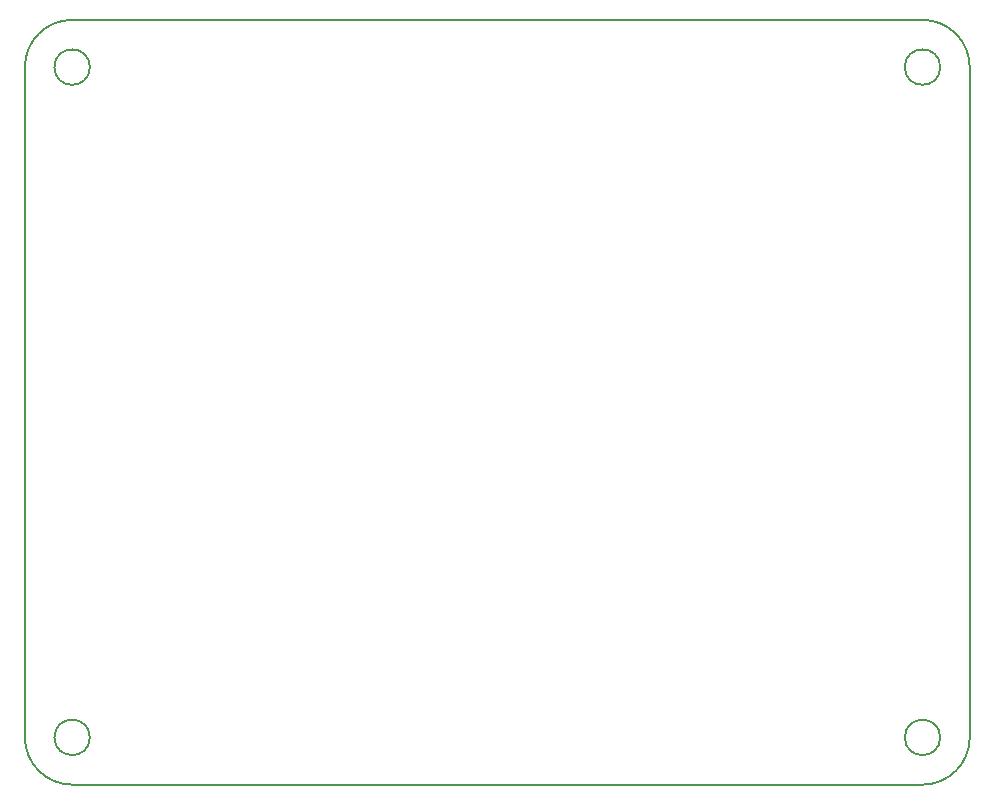
<source format=gbr>
%TF.GenerationSoftware,KiCad,Pcbnew,8.0.8-8.0.8-0~ubuntu24.04.1*%
%TF.CreationDate,2025-04-29T16:21:41-04:00*%
%TF.ProjectId,electronics,656c6563-7472-46f6-9e69-63732e6b6963,rev?*%
%TF.SameCoordinates,Original*%
%TF.FileFunction,Profile,NP*%
%FSLAX46Y46*%
G04 Gerber Fmt 4.6, Leading zero omitted, Abs format (unit mm)*
G04 Created by KiCad (PCBNEW 8.0.8-8.0.8-0~ubuntu24.04.1) date 2025-04-29 16:21:41*
%MOMM*%
%LPD*%
G01*
G04 APERTURE LIST*
%TA.AperFunction,Profile*%
%ADD10C,0.200000*%
%TD*%
G04 APERTURE END LIST*
D10*
X176850000Y-54000000D02*
G75*
G02*
X173850000Y-54000000I-1500000J0D01*
G01*
X173850000Y-54000000D02*
G75*
G02*
X176850000Y-54000000I1500000J0D01*
G01*
X175350000Y-50000000D02*
G75*
G02*
X179350000Y-54000000I0J-4000000D01*
G01*
X176850000Y-110750000D02*
G75*
G02*
X173850000Y-110750000I-1500000J0D01*
G01*
X173850000Y-110750000D02*
G75*
G02*
X176850000Y-110750000I1500000J0D01*
G01*
X179350000Y-110750000D02*
G75*
G02*
X175350000Y-114750000I-4000000J0D01*
G01*
X179350000Y-110750000D02*
X179350000Y-54000000D01*
X99350000Y-54000000D02*
G75*
G02*
X103350000Y-50000000I4000000J0D01*
G01*
X175350000Y-50000000D02*
X103350000Y-50000000D01*
X104850000Y-110750000D02*
G75*
G02*
X101850000Y-110750000I-1500000J0D01*
G01*
X101850000Y-110750000D02*
G75*
G02*
X104850000Y-110750000I1500000J0D01*
G01*
X104850000Y-54000000D02*
G75*
G02*
X101850000Y-54000000I-1500000J0D01*
G01*
X101850000Y-54000000D02*
G75*
G02*
X104850000Y-54000000I1500000J0D01*
G01*
X99350000Y-110750000D02*
X99350000Y-54000000D01*
X175350000Y-114750000D02*
X103350000Y-114750000D01*
X103350000Y-114750000D02*
G75*
G02*
X99350000Y-110750000I0J4000000D01*
G01*
M02*

</source>
